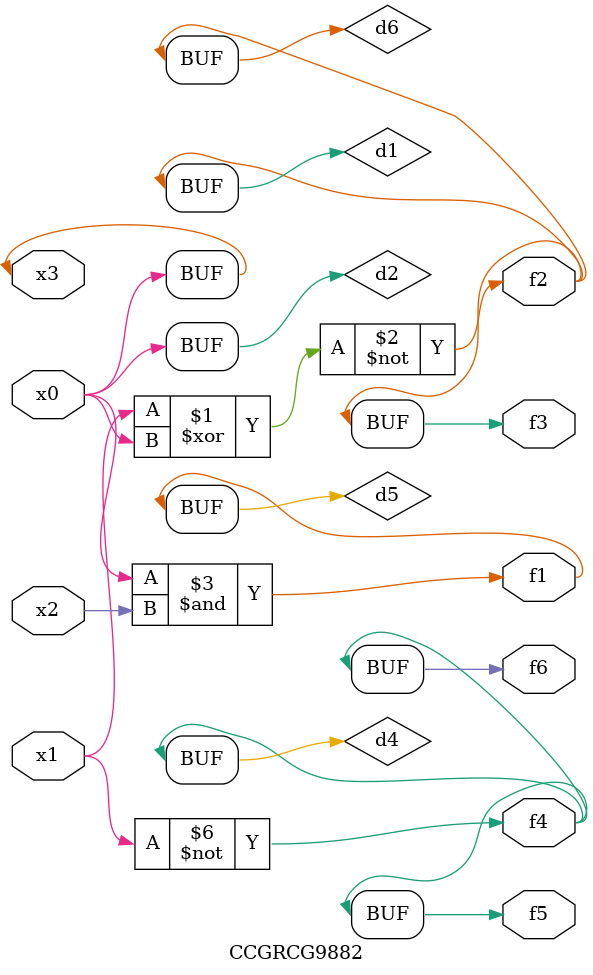
<source format=v>
module CCGRCG9882(
	input x0, x1, x2, x3,
	output f1, f2, f3, f4, f5, f6
);

	wire d1, d2, d3, d4, d5, d6;

	xnor (d1, x1, x3);
	buf (d2, x0, x3);
	nand (d3, x0, x2);
	not (d4, x1);
	nand (d5, d3);
	or (d6, d1);
	assign f1 = d5;
	assign f2 = d6;
	assign f3 = d6;
	assign f4 = d4;
	assign f5 = d4;
	assign f6 = d4;
endmodule

</source>
